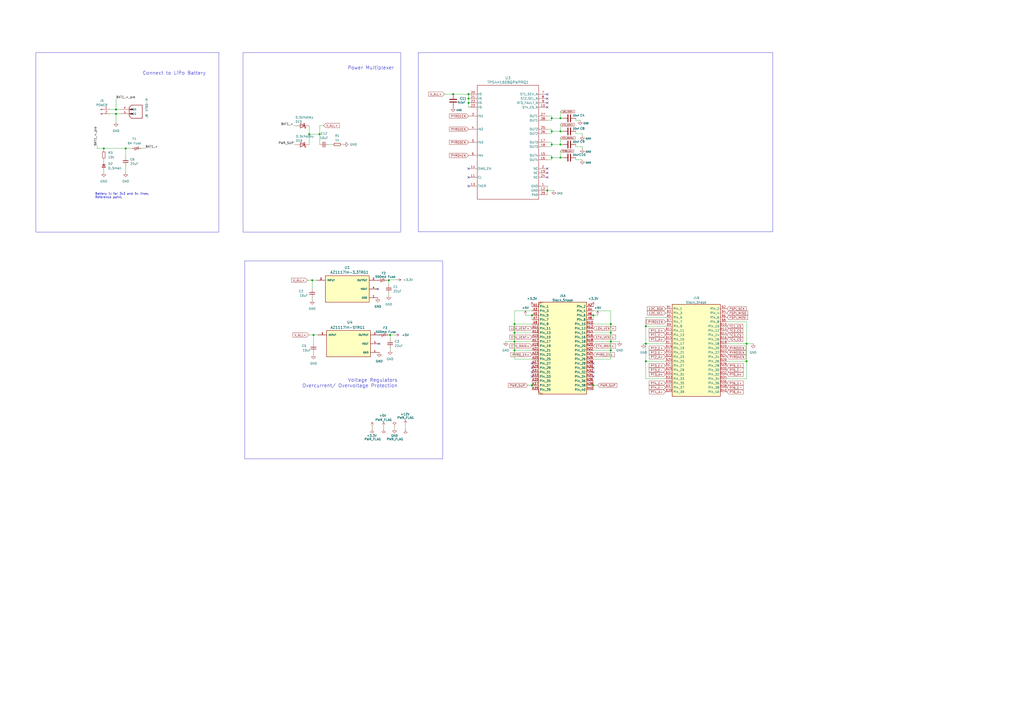
<source format=kicad_sch>
(kicad_sch (version 20230121) (generator eeschema)
  (paper "A2")
  (lib_symbols
    (symbol "AZ1117IH-3.3TRG1:AZ1117IH-3.3TRG1" (pin_names (offset 1.016))
      (property "Reference" "U" (at -12.7 8.128 0))
      (property "Value" "AZ1117IH-3.3TRG1" (at -12.7 -10.16 0))
      (symbol "AZ1117IH-3.3TRG1_0_0"
        (rectangle (start -12.7 -7.62) (end 12.7 7.62) (stroke (width 0.254)) (fill (type background)))
        (pin power_in line (at 17.78 -5.08 180) (length 5.08) (name "GND") (number "1"))
        (pin output line (at 17.78 5.08 180) (length 5.08) (name "OUTPUT") (number "2"))
        (pin input line (at -17.78 5.08 0) (length 5.08) (name "INPUT") (number "3"))
        (pin output line (at 17.78 0 180) (length 5.08) (name "VOUT") (number "4"))
      )
    )
    (symbol "Connector:Conn_01x02_Male" (pin_names (offset 1.016) hide)
      (property "Reference" "J" (at 0 2.54 0))
      (property "Value" "Conn_01x02_Male" (at 0 -5.08 0))
      (symbol "Conn_01x02_Male_1_1"
        (polyline (pts (xy 1.27 -2.54) (xy 0.8636 -2.54)) (stroke (width 0.1524)))
        (polyline (pts (xy 1.27 0) (xy 0.8636 0)) (stroke (width 0.1524)))
        (rectangle (start 0.8636 -2.413) (end 0 -2.667) (stroke (width 0.1524)) (fill (type outline)))
        (rectangle (start 0.8636 0.127) (end 0 -0.127) (stroke (width 0.1524)) (fill (type outline)))
        (pin passive line (at 5.08 0 180) (length 3.81) (name "Pin_1") (number "1"))
        (pin passive line (at 5.08 -2.54 180) (length 3.81) (name "Pin_2") (number "2"))
      )
    )
    (symbol "Device:C" (pin_numbers hide) (pin_names (offset 0.254))
      (property "Reference" "C" (at 0.635 2.54 0))
      (property "Value" "C" (at 0.635 -2.54 0))
      (symbol "C_0_1"
        (polyline (pts (xy -2.032 -0.762) (xy 2.032 -0.762)) (stroke (width 0.508)))
        (polyline (pts (xy -2.032 0.762) (xy 2.032 0.762)) (stroke (width 0.508)))
      )
      (symbol "C_1_1"
        (pin passive line (at 0 3.81 270) (length 2.794) (name "~") (number "1"))
        (pin passive line (at 0 -3.81 90) (length 2.794) (name "~") (number "2"))
      )
    )
    (symbol "Device:C_Small" (pin_numbers hide) (pin_names (offset 0.254) hide)
      (property "Reference" "C" (at 0.254 1.778 0))
      (property "Value" "C_Small" (at 0.254 -2.032 0))
      (symbol "C_Small_0_1"
        (polyline (pts (xy -1.524 -0.508) (xy 1.524 -0.508)) (stroke (width 0.3302)))
        (polyline (pts (xy -1.524 0.508) (xy 1.524 0.508)) (stroke (width 0.3048)))
      )
      (symbol "C_Small_1_1"
        (pin passive line (at 0 2.54 270) (length 2.032) (name "~") (number "1"))
        (pin passive line (at 0 -2.54 90) (length 2.032) (name "~") (number "2"))
      )
    )
    (symbol "Device:D_Schottky" (pin_numbers hide) (pin_names (offset 1.016) hide)
      (property "Reference" "D" (at 0 2.54 0))
      (property "Value" "D_Schottky" (at 0 -2.54 0))
      (symbol "D_Schottky_0_1"
        (polyline (pts (xy 1.27 0) (xy -1.27 0)))
        (polyline (pts (xy 1.27 1.27) (xy 1.27 -1.27) (xy -1.27 0) (xy 1.27 1.27)) (stroke (width 0.254)))
        (polyline (pts (xy -1.905 0.635) (xy -1.905 1.27) (xy -1.27 1.27) (xy -1.27 -1.27) (xy -0.635 -1.27) (xy -0.635 -0.635)) (stroke (width 0.254)))
      )
      (symbol "D_Schottky_1_1"
        (pin passive line (at -3.81 0 0) (length 2.54) (name "K") (number "1"))
        (pin passive line (at 3.81 0 180) (length 2.54) (name "A") (number "2"))
      )
    )
    (symbol "Device:D_Small" (pin_numbers hide) (pin_names (offset 0.254) hide)
      (property "Reference" "D" (at -1.27 2.032 0))
      (property "Value" "D_Small" (at -3.81 -2.032 0))
      (symbol "D_Small_0_1"
        (polyline (pts (xy -0.762 -1.016) (xy -0.762 1.016)) (stroke (width 0.254)))
        (polyline (pts (xy -0.762 0) (xy 0.762 0)))
        (polyline (pts (xy 0.762 -1.016) (xy -0.762 0) (xy 0.762 1.016) (xy 0.762 -1.016)) (stroke (width 0.254)))
      )
      (symbol "D_Small_1_1"
        (pin passive line (at -2.54 0 0) (length 1.778) (name "K") (number "1"))
        (pin passive line (at 2.54 0 180) (length 1.778) (name "A") (number "2"))
      )
    )
    (symbol "Device:Polyfuse_Small" (pin_numbers hide) (pin_names (offset 0))
      (property "Reference" "F" (at -1.905 0 90))
      (property "Value" "Polyfuse_Small" (at 1.905 0 90))
      (symbol "Polyfuse_Small_0_1"
        (rectangle (start -0.508 1.27) (end 0.508 -1.27))
        (polyline (pts (xy 0 2.54) (xy 0 -2.54)))
        (polyline (pts (xy -1.016 1.27) (xy -1.016 0.762) (xy 1.016 -0.762) (xy 1.016 -1.27)))
      )
      (symbol "Polyfuse_Small_1_1"
        (pin passive line (at 0 2.54 270) (length 0.635) (name "~") (number "1"))
        (pin passive line (at 0 -2.54 90) (length 0.635) (name "~") (number "2"))
      )
    )
    (symbol "Device:R_Small" (pin_numbers hide) (pin_names (offset 0.254) hide)
      (property "Reference" "R" (at 0.762 0.508 0))
      (property "Value" "R_Small" (at 0.762 -1.016 0))
      (symbol "R_Small_0_1"
        (rectangle (start -0.762 1.778) (end 0.762 -1.778) (stroke (width 0.2032)))
      )
      (symbol "R_Small_1_1"
        (pin passive line (at 0 2.54 270) (length 0.762) (name "~") (number "1"))
        (pin passive line (at 0 -2.54 90) (length 0.762) (name "~") (number "2"))
      )
    )
    (symbol "Stack_Shape:Stack_Shape"
      (property "Reference" "J" (at 0 0 0))
      (property "Value" "Stack_Shape" (at 0 0 0))
      (symbol "Stack_Shape_0_0"
        (rectangle (start -15.24 29.21) (end 12.7 -24.13) (stroke (width 0.254)) (fill (type background)))
      )
      (symbol "Stack_Shape_1_0"
        (arc (start -15.24 -21.59) (mid -14.4834 -23.3734) (end -12.7 -24.13) (stroke (width 0.254)))
        (arc (start -12.7 29.21) (mid -14.5013 28.4713) (end -15.24 26.67) (stroke (width 0.254)))
      )
      (symbol "Stack_Shape_1_1"
        (pin passive line (at -19.05 26.67 0) (length 3.81) (name "Pin_1") (number "A1"))
        (pin passive line (at 16.51 16.51 180) (length 3.81) (name "Pin_10") (number "A10"))
        (pin passive line (at -19.05 13.97 0) (length 3.81) (name "Pin_11") (number "A11"))
        (pin passive line (at 16.51 13.97 180) (length 3.81) (name "Pin_12") (number "A12"))
        (pin passive line (at -19.05 11.43 0) (length 3.81) (name "Pin_13") (number "A13"))
        (pin passive line (at 16.51 11.43 180) (length 3.81) (name "Pin_14") (number "A14"))
        (pin passive line (at -19.05 8.89 0) (length 3.81) (name "Pin_15") (number "A15"))
        (pin passive line (at 16.51 8.89 180) (length 3.81) (name "Pin_16") (number "A16"))
        (pin passive line (at -19.05 6.35 0) (length 3.81) (name "Pin_17") (number "A17"))
        (pin passive line (at 16.51 6.35 180) (length 3.81) (name "Pin_18") (number "A18"))
        (pin passive line (at -19.05 3.81 0) (length 3.81) (name "Pin_19") (number "A19"))
        (pin passive line (at 16.51 26.67 180) (length 3.81) (name "Pin_2") (number "A2"))
        (pin passive line (at 16.51 3.81 180) (length 3.81) (name "Pin_20") (number "A20"))
        (pin passive line (at -19.05 1.27 0) (length 3.81) (name "Pin_21") (number "A21"))
        (pin passive line (at 16.51 1.27 180) (length 3.81) (name "Pin_22") (number "A22"))
        (pin passive line (at -19.05 -1.27 0) (length 3.81) (name "Pin_23") (number "A23"))
        (pin passive line (at 16.51 -1.27 180) (length 3.81) (name "Pin_24") (number "A24"))
        (pin passive line (at -19.05 -3.81 0) (length 3.81) (name "Pin_25") (number "A25"))
        (pin passive line (at 16.51 -3.81 180) (length 3.81) (name "Pin_26") (number "A26"))
        (pin passive line (at -19.05 -6.35 0) (length 3.81) (name "Pin_27") (number "A27"))
        (pin passive line (at 16.51 -6.35 180) (length 3.81) (name "Pin_28") (number "A28"))
        (pin passive line (at -19.05 -8.89 0) (length 3.81) (name "Pin_29") (number "A29"))
        (pin passive line (at -19.05 24.13 0) (length 3.81) (name "Pin_3") (number "A3"))
        (pin passive line (at 16.51 -8.89 180) (length 3.81) (name "Pin_30") (number "A30"))
        (pin passive line (at -19.05 -11.43 0) (length 3.81) (name "Pin_31") (number "A31"))
        (pin passive line (at 16.51 -11.43 180) (length 3.81) (name "Pin_32") (number "A32"))
        (pin passive line (at -19.05 -13.97 0) (length 3.81) (name "Pin_33") (number "A33"))
        (pin passive line (at 16.51 -13.97 180) (length 3.81) (name "Pin_34") (number "A34"))
        (pin passive line (at -19.05 -16.51 0) (length 3.81) (name "Pin_35") (number "A35"))
        (pin passive line (at 16.51 -16.51 180) (length 3.81) (name "Pin_36") (number "A36"))
        (pin passive line (at -19.05 -19.05 0) (length 3.81) (name "Pin_37") (number "A37"))
        (pin passive line (at 16.51 -19.05 180) (length 3.81) (name "Pin_38") (number "A38"))
        (pin passive line (at -19.05 -21.59 0) (length 3.81) (name "Pin_39") (number "A39"))
        (pin passive line (at 16.51 24.13 180) (length 3.81) (name "Pin_4") (number "A4"))
        (pin passive line (at 16.51 -21.59 180) (length 3.81) (name "Pin_40") (number "A40"))
        (pin passive line (at -19.05 21.59 0) (length 3.81) (name "Pin_5") (number "A5"))
        (pin passive line (at 16.51 21.59 180) (length 3.81) (name "Pin_6") (number "A6"))
        (pin passive line (at -19.05 19.05 0) (length 3.81) (name "Pin_7") (number "A7"))
        (pin passive line (at 16.51 19.05 180) (length 3.81) (name "Pin_8") (number "A8"))
        (pin passive line (at -19.05 16.51 0) (length 3.81) (name "Pin_9") (number "A9"))
      )
      (symbol "Stack_Shape_2_1"
        (pin passive line (at -19.05 26.67 0) (length 3.81) (name "Pin_1") (number "B1"))
        (pin passive line (at 16.51 16.51 180) (length 3.81) (name "Pin_10") (number "B10"))
        (pin passive line (at -19.05 13.97 0) (length 3.81) (name "Pin_11") (number "B11"))
        (pin passive line (at 16.51 13.97 180) (length 3.81) (name "Pin_12") (number "B12"))
        (pin passive line (at -19.05 11.43 0) (length 3.81) (name "Pin_13") (number "B13"))
        (pin passive line (at 16.51 11.43 180) (length 3.81) (name "Pin_14") (number "B14"))
        (pin passive line (at -19.05 8.89 0) (length 3.81) (name "Pin_15") (number "B15"))
        (pin passive line (at 16.51 8.89 180) (length 3.81) (name "Pin_16") (number "B16"))
        (pin passive line (at -19.05 6.35 0) (length 3.81) (name "Pin_17") (number "B17"))
        (pin passive line (at 16.51 6.35 180) (length 3.81) (name "Pin_18") (number "B18"))
        (pin passive line (at -19.05 3.81 0) (length 3.81) (name "Pin_19") (number "B19"))
        (pin passive line (at 16.51 26.67 180) (length 3.81) (name "Pin_2") (number "B2"))
        (pin passive line (at 16.51 3.81 180) (length 3.81) (name "Pin_20") (number "B20"))
        (pin passive line (at -19.05 1.27 0) (length 3.81) (name "Pin_21") (number "B21"))
        (pin passive line (at 16.51 1.27 180) (length 3.81) (name "Pin_22") (number "B22"))
        (pin passive line (at -19.05 -1.27 0) (length 3.81) (name "Pin_23") (number "B23"))
        (pin passive line (at 16.51 -1.27 180) (length 3.81) (name "Pin_24") (number "B24"))
        (pin passive line (at -19.05 -3.81 0) (length 3.81) (name "Pin_25") (number "B25"))
        (pin passive line (at 16.51 -3.81 180) (length 3.81) (name "Pin_26") (number "B26"))
        (pin passive line (at -19.05 -6.35 0) (length 3.81) (name "Pin_27") (number "B27"))
        (pin passive line (at 16.51 -6.35 180) (length 3.81) (name "Pin_28") (number "B28"))
        (pin passive line (at -19.05 -8.89 0) (length 3.81) (name "Pin_29") (number "B29"))
        (pin passive line (at -19.05 24.13 0) (length 3.81) (name "Pin_3") (number "B3"))
        (pin passive line (at 16.51 -8.89 180) (length 3.81) (name "Pin_30") (number "B30"))
        (pin passive line (at -19.05 -11.43 0) (length 3.81) (name "Pin_31") (number "B31"))
        (pin passive line (at 16.51 -11.43 180) (length 3.81) (name "Pin_32") (number "B32"))
        (pin passive line (at -19.05 -13.97 0) (length 3.81) (name "Pin_33") (number "B33"))
        (pin passive line (at 16.51 -13.97 180) (length 3.81) (name "Pin_34") (number "B34"))
        (pin passive line (at -19.05 -16.51 0) (length 3.81) (name "Pin_35") (number "B35"))
        (pin passive line (at 16.51 -16.51 180) (length 3.81) (name "Pin_36") (number "B36"))
        (pin passive line (at -19.05 -19.05 0) (length 3.81) (name "Pin_37") (number "B37"))
        (pin passive line (at 16.51 -19.05 180) (length 3.81) (name "Pin_38") (number "B38"))
        (pin passive line (at -19.05 -21.59 0) (length 3.81) (name "Pin_39") (number "B39"))
        (pin passive line (at 16.51 24.13 180) (length 3.81) (name "Pin_4") (number "B4"))
        (pin passive line (at 16.51 -21.59 180) (length 3.81) (name "Pin_40") (number "B40"))
        (pin passive line (at -19.05 21.59 0) (length 3.81) (name "Pin_5") (number "B5"))
        (pin passive line (at 16.51 21.59 180) (length 3.81) (name "Pin_6") (number "B6"))
        (pin passive line (at -19.05 19.05 0) (length 3.81) (name "Pin_7") (number "B7"))
        (pin passive line (at 16.51 19.05 180) (length 3.81) (name "Pin_8") (number "B8"))
        (pin passive line (at -19.05 16.51 0) (length 3.81) (name "Pin_9") (number "B9"))
      )
    )
    (symbol "TPS4:TPS4H160BQPWPRQ1" (pin_names (offset 0.254))
      (property "Reference" "U" (at 0 2.54 0))
      (property "Value" "TPS4H160BQPWPRQ1" (at 0 0 0))
      (symbol "TPS4H160BQPWPRQ1_0_1"
        (polyline (pts (xy -17.78 -33.02) (xy 17.78 -33.02)) (stroke (width 0.2032)))
        (polyline (pts (xy -17.78 33.02) (xy -17.78 -33.02)) (stroke (width 0.2032)))
        (polyline (pts (xy 17.78 -33.02) (xy 17.78 33.02)) (stroke (width 0.2032)))
        (polyline (pts (xy 17.78 33.02) (xy -17.78 33.02)) (stroke (width 0.2032)))
        (pin power_in line (at 22.86 -25.4 180) (length 5.08) (name "GND") (number "1"))
        (pin bidirectional line (at 22.86 20.32 180) (length 5.08) (name "ST4_CS_N") (number "10"))
        (pin output line (at -22.86 -20.32 0) (length 5.08) (name "CL") (number "11"))
        (pin power_in line (at 22.86 -27.94 180) (length 5.08) (name "GND") (number "12"))
        (pin input line (at -22.86 -25.4 0) (length 5.08) (name "THER") (number "13"))
        (pin input line (at -22.86 -15.24 0) (length 5.08) (name "DIAG_EN") (number "14"))
        (pin output line (at 22.86 -7.62 180) (length 5.08) (name "OUT4") (number "15"))
        (pin output line (at 22.86 -10.16 180) (length 5.08) (name "OUT4") (number "16"))
        (pin output line (at 22.86 0 180) (length 5.08) (name "OUT3") (number "17"))
        (pin output line (at 22.86 -2.54 180) (length 5.08) (name "OUT3") (number "18"))
        (pin unspecified line (at 22.86 -17.78 180) (length 5.08) (name "NC") (number "19"))
        (pin unspecified line (at 22.86 -15.24 180) (length 5.08) (name "NC") (number "2"))
        (pin power_in line (at -22.86 27.94 0) (length 5.08) (name "VS") (number "20"))
        (pin power_in line (at -22.86 25.4 0) (length 5.08) (name "VS") (number "21"))
        (pin power_in line (at -22.86 22.86 0) (length 5.08) (name "VS") (number "22"))
        (pin power_in line (at -22.86 20.32 0) (length 5.08) (name "VS") (number "23"))
        (pin unspecified line (at 22.86 -20.32 180) (length 5.08) (name "NC") (number "24"))
        (pin output line (at 22.86 7.62 180) (length 5.08) (name "OUT2") (number "25"))
        (pin output line (at 22.86 5.08 180) (length 5.08) (name "OUT2") (number "26"))
        (pin output line (at 22.86 15.24 180) (length 5.08) (name "OUT1") (number "27"))
        (pin output line (at 22.86 12.7 180) (length 5.08) (name "OUT1") (number "28"))
        (pin power_in line (at 22.86 -30.48 180) (length 5.08) (name "PAD") (number "29"))
        (pin input line (at -22.86 15.24 0) (length 5.08) (name "IN1") (number "3"))
        (pin input line (at -22.86 7.62 0) (length 5.08) (name "IN2") (number "4"))
        (pin input line (at -22.86 0 0) (length 5.08) (name "IN3") (number "5"))
        (pin input line (at -22.86 -7.62 0) (length 5.08) (name "IN4") (number "6"))
        (pin bidirectional line (at 22.86 27.94 180) (length 5.08) (name "ST1_SEH_N") (number "7"))
        (pin bidirectional line (at 22.86 25.4 180) (length 5.08) (name "ST2_SEL_N") (number "8"))
        (pin open_collector line (at 22.86 22.86 180) (length 5.08) (name "ST3_FAULT_N") (number "9"))
      )
    )
    (symbol "XT60-LiPO:XT60-M" (pin_names (offset 1.016))
      (property "Reference" "J" (at 0 6.35 0))
      (property "Value" "XT60-M" (at 0 -5.08 0))
      (symbol "XT60-M_0_0"
        (polyline (pts (xy 0 -1.27) (xy 1.27 -2.54)) (stroke (width 0.254)))
        (polyline (pts (xy 0 0) (xy 1.905 0)) (stroke (width 0.254)))
        (polyline (pts (xy 0 2.54) (xy 0 -1.27)) (stroke (width 0.254)))
        (polyline (pts (xy 0 2.54) (xy 1.905 2.54)) (stroke (width 0.254)))
        (polyline (pts (xy 0 3.81) (xy 0 2.54)) (stroke (width 0.254)))
        (polyline (pts (xy 0 3.81) (xy 1.27 5.08)) (stroke (width 0.254)))
        (polyline (pts (xy 1.27 -2.54) (xy 7.62 -2.54)) (stroke (width 0.254)))
        (polyline (pts (xy 7.62 -2.54) (xy 7.62 5.08)) (stroke (width 0.254)))
        (polyline (pts (xy 7.62 5.08) (xy 1.27 5.08)) (stroke (width 0.254)))
        (rectangle (start 0.635 -0.3175) (end 2.2225 0.3175) (stroke (width 0.1)) (fill (type outline)))
        (rectangle (start 0.635 2.2225) (end 2.2225 2.8575) (stroke (width 0.1)) (fill (type outline)))
        (pin passive line (at -5.08 0 0) (length 5.08) (name "NEG") (number "N"))
        (pin passive line (at -5.08 2.54 0) (length 5.08) (name "POS") (number "P"))
      )
    )
    (symbol "power:+12V" (power) (pin_names (offset 0))
      (property "Value" "+12V" (at 0 3.556 0))
      (symbol "+12V_0_1"
        (polyline (pts (xy -0.762 1.27) (xy 0 2.54)))
        (polyline (pts (xy 0 0) (xy 0 2.54)))
        (polyline (pts (xy 0 2.54) (xy 0.762 1.27)))
      )
      (symbol "+12V_1_1"
        (pin power_in line (at 0 0 90) (length 0) hide (name "+12V") (number "1"))
      )
    )
    (symbol "power:+3.3V" (power) (pin_names (offset 0))
      (property "Value" "+3.3V" (at 0 3.556 0))
      (symbol "+3.3V_0_1"
        (polyline (pts (xy -0.762 1.27) (xy 0 2.54)))
        (polyline (pts (xy 0 0) (xy 0 2.54)))
        (polyline (pts (xy 0 2.54) (xy 0.762 1.27)))
      )
      (symbol "+3.3V_1_1"
        (pin power_in line (at 0 0 90) (length 0) hide (name "+3.3V") (number "1"))
      )
    )
    (symbol "power:+5V" (power) (pin_names (offset 0))
      (property "Value" "+5V" (at 0 3.556 0))
      (symbol "+5V_0_1"
        (polyline (pts (xy -0.762 1.27) (xy 0 2.54)))
        (polyline (pts (xy 0 0) (xy 0 2.54)))
        (polyline (pts (xy 0 2.54) (xy 0.762 1.27)))
      )
      (symbol "+5V_1_1"
        (pin power_in line (at 0 0 90) (length 0) hide (name "+5V") (number "1"))
      )
    )
    (symbol "power:GND" (power) (pin_names (offset 0))
      (property "Value" "GND" (at 0 -3.81 0))
      (symbol "GND_0_1"
        (polyline (pts (xy 0 0) (xy 0 -1.27) (xy 1.27 -1.27) (xy 0 -2.54) (xy -1.27 -1.27) (xy 0 -1.27)))
      )
      (symbol "GND_1_1"
        (pin power_in line (at 0 0 270) (length 0) hide (name "GND") (number "1"))
      )
    )
    (symbol "power:PWR_FLAG" (power) (pin_numbers hide) (pin_names (offset 0) hide)
      (property "Value" "PWR_FLAG" (at 0 3.81 0))
      (symbol "PWR_FLAG_0_0"
        (pin power_out line (at 0 0 90) (length 0) (name "pwr") (number "1"))
      )
      (symbol "PWR_FLAG_0_1"
        (polyline (pts (xy 0 0) (xy 0 1.27) (xy -1.016 1.905) (xy 0 2.54) (xy 1.016 1.905) (xy 0 1.27)))
      )
    )
  )
  (junction (at 298.45 198.12))
  (junction (at 344.17 182.88))
  (junction (at 320.04 83.82))
  (junction (at 320.04 91.44))
  (junction (at 181.102 162.56))
  (junction (at 67.31 63.5))
  (junction (at 354.33 193.04))
  (junction (at 271.78 54.61))
  (junction (at 325.12 76.2))
  (junction (at 325.12 91.44))
  (junction (at 67.31 66.04))
  (junction (at 374.65 199.39))
  (junction (at 354.33 187.96))
  (junction (at 181.864 194.31))
  (junction (at 226.314 194.31))
  (junction (at 320.04 68.58))
  (junction (at 320.04 76.2))
  (junction (at 354.33 203.2))
  (junction (at 262.89 54.61))
  (junction (at 325.12 68.58))
  (junction (at 179.3748 77.8256))
  (junction (at 433.07 199.39))
  (junction (at 354.33 198.12))
  (junction (at 344.17 223.52))
  (junction (at 271.78 59.69))
  (junction (at 317.5 110.49))
  (junction (at 308.61 223.52))
  (junction (at 185.42 77.8256))
  (junction (at 374.65 209.55))
  (junction (at 72.898 86.106))
  (junction (at 308.61 182.88))
  (junction (at 433.07 209.55))
  (junction (at 325.12 83.82))
  (junction (at 298.45 187.96))
  (junction (at 225.552 162.56))
  (junction (at 374.65 189.23))
  (junction (at 298.45 193.04))
  (junction (at 298.45 203.2))
  (junction (at 271.78 57.15))
  (junction (at 60.198 86.106))
  (no_connect (at 317.4492 57.2008))
  (no_connect (at 317.5 100.33))
  (no_connect (at 344.17 218.44))
  (no_connect (at 271.78 102.87))
  (no_connect (at 317.5 59.69))
  (no_connect (at 271.78 107.95))
  (no_connect (at 344.17 213.36))
  (no_connect (at 308.61 213.36))
  (no_connect (at 317.5 62.23))
  (no_connect (at 308.61 215.9))
  (no_connect (at 344.17 210.82))
  (no_connect (at 219.964 199.39))
  (no_connect (at 308.61 218.44))
  (no_connect (at 308.61 210.82))
  (no_connect (at 317.5 54.7116))
  (no_connect (at 317.5 102.87))
  (no_connect (at 271.78 97.79))
  (no_connect (at 317.5 97.79))
  (no_connect (at 344.17 215.9))
  (no_connect (at 219.202 167.64))
  (wire (pts (xy 344.17 182.88) (xy 344.17 185.42)))
  (wire (pts (xy 344.17 187.96) (xy 354.33 187.96)))
  (wire (pts (xy 337.82 85.09) (xy 337.82 86.36)))
  (wire (pts (xy 56.388 86.106) (xy 60.198 86.106)))
  (wire (pts (xy 298.45 187.96) (xy 298.45 193.04)))
  (wire (pts (xy 298.45 193.04) (xy 308.61 193.04)))
  (wire (pts (xy 320.04 67.31) (xy 320.04 68.58)))
  (wire (pts (xy 344.17 220.98) (xy 344.17 223.52)))
  (wire (pts (xy 344.17 208.28) (xy 354.33 208.28)))
  (wire (pts (xy 374.65 219.71) (xy 386.08 219.71)))
  (wire (pts (xy 56.388 84.582) (xy 56.388 86.106)))
  (wire (pts (xy 421.64 199.39) (xy 433.07 199.39)))
  (wire (pts (xy 374.65 189.23) (xy 374.65 199.39)))
  (wire (pts (xy 354.33 198.12) (xy 354.33 203.2)))
  (wire (pts (xy 320.04 83.82) (xy 320.04 85.09)))
  (wire (pts (xy 433.07 186.69) (xy 433.07 199.39)))
  (wire (pts (xy 225.552 162.56) (xy 225.552 165.1)))
  (wire (pts (xy 317.5 69.85) (xy 320.04 69.85)))
  (wire (pts (xy 320.04 83.82) (xy 325.12 83.82)))
  (wire (pts (xy 271.78 59.69) (xy 271.78 62.23)))
  (wire (pts (xy 304.8 182.88) (xy 308.61 182.88)))
  (wire (pts (xy 317.5 90.17) (xy 320.04 90.17)))
  (wire (pts (xy 433.07 209.55) (xy 433.07 219.71)))
  (wire (pts (xy 257.81 54.61) (xy 262.89 54.61)))
  (wire (pts (xy 63.5 66.04) (xy 67.31 66.04)))
  (wire (pts (xy 344.17 198.12) (xy 354.33 198.12)))
  (wire (pts (xy 298.45 180.34) (xy 308.61 180.34)))
  (wire (pts (xy 320.04 90.17) (xy 320.04 91.44)))
  (wire (pts (xy 374.65 199.39) (xy 374.65 209.55)))
  (wire (pts (xy 181.864 194.31) (xy 184.404 194.31)))
  (wire (pts (xy 72.898 96.266) (xy 72.898 100.076)))
  (wire (pts (xy 325.12 83.82) (xy 326.39 83.82)))
  (wire (pts (xy 215.9 248.666) (xy 215.9 247.396)))
  (wire (pts (xy 224.282 162.56) (xy 225.552 162.56)))
  (wire (pts (xy 60.198 86.106) (xy 60.198 87.376)))
  (wire (pts (xy 72.898 91.186) (xy 72.898 86.106)))
  (wire (pts (xy 228.854 247.396) (xy 228.854 248.666)))
  (wire (pts (xy 198.12 83.82) (xy 199.39 83.82)))
  (wire (pts (xy 320.04 76.2) (xy 320.04 77.47)))
  (wire (pts (xy 222.504 248.666) (xy 222.504 247.396)))
  (wire (pts (xy 317.5 67.31) (xy 320.04 67.31)))
  (wire (pts (xy 344.17 223.52) (xy 344.17 226.06)))
  (wire (pts (xy 181.864 204.47) (xy 181.864 205.74)))
  (wire (pts (xy 433.07 199.39) (xy 436.88 199.39)))
  (wire (pts (xy 337.82 85.09) (xy 334.01 85.09)))
  (wire (pts (xy 374.65 189.23) (xy 386.08 189.23)))
  (wire (pts (xy 317.5 77.47) (xy 320.04 77.47)))
  (wire (pts (xy 60.198 92.456) (xy 60.198 93.726)))
  (wire (pts (xy 354.33 187.96) (xy 354.33 193.04)))
  (wire (pts (xy 317.5 110.49) (xy 317.5 113.03)))
  (wire (pts (xy 374.65 209.55) (xy 374.65 219.71)))
  (wire (pts (xy 179.324 84.0232) (xy 179.3748 84.0232)))
  (wire (pts (xy 298.45 203.2) (xy 308.61 203.2)))
  (wire (pts (xy 190.5 83.82) (xy 193.04 83.82)))
  (wire (pts (xy 67.31 63.5) (xy 69.85 63.5)))
  (wire (pts (xy 344.17 223.52) (xy 346.71 223.52)))
  (wire (pts (xy 320.04 82.55) (xy 320.04 83.82)))
  (wire (pts (xy 308.61 182.88) (xy 308.61 185.42)))
  (wire (pts (xy 298.45 198.12) (xy 308.61 198.12)))
  (wire (pts (xy 298.45 208.28) (xy 308.61 208.28)))
  (wire (pts (xy 317.5 82.55) (xy 320.04 82.55)))
  (wire (pts (xy 325.12 91.44) (xy 326.39 91.44)))
  (wire (pts (xy 317.5 85.09) (xy 320.04 85.09)))
  (wire (pts (xy 433.07 209.55) (xy 421.64 209.55)))
  (wire (pts (xy 354.33 193.04) (xy 354.33 198.12)))
  (wire (pts (xy 185.42 72.7964) (xy 185.42 77.8256)))
  (wire (pts (xy 344.17 193.04) (xy 354.33 193.04)))
  (wire (pts (xy 344.17 180.34) (xy 354.33 180.34)))
  (wire (pts (xy 226.314 194.31) (xy 226.314 196.85)))
  (wire (pts (xy 179.07 194.31) (xy 181.864 194.31)))
  (wire (pts (xy 317.5 74.93) (xy 320.04 74.93)))
  (wire (pts (xy 226.314 201.93) (xy 226.314 203.2)))
  (wire (pts (xy 325.12 87.63) (xy 325.12 91.44)))
  (wire (pts (xy 334.01 69.85) (xy 334.01 68.58)))
  (wire (pts (xy 81.788 86.106) (xy 84.328 86.106)))
  (wire (pts (xy 298.45 180.34) (xy 298.45 187.96)))
  (wire (pts (xy 226.314 194.31) (xy 228.854 194.31)))
  (wire (pts (xy 421.64 186.69) (xy 433.07 186.69)))
  (wire (pts (xy 298.45 203.2) (xy 298.45 208.28)))
  (wire (pts (xy 374.65 199.39) (xy 386.08 199.39)))
  (wire (pts (xy 334.01 77.47) (xy 334.01 76.2)))
  (wire (pts (xy 344.17 203.2) (xy 354.33 203.2)))
  (wire (pts (xy 178.308 162.56) (xy 181.102 162.56)))
  (wire (pts (xy 179.3748 77.8256) (xy 185.42 77.8256)))
  (wire (pts (xy 72.898 86.106) (xy 76.708 86.106)))
  (wire (pts (xy 337.82 77.47) (xy 337.82 78.74)))
  (wire (pts (xy 179.324 72.9996) (xy 179.324 77.8256)))
  (wire (pts (xy 181.102 172.72) (xy 181.102 173.99)))
  (wire (pts (xy 271.78 57.15) (xy 271.78 59.69)))
  (wire (pts (xy 262.89 54.61) (xy 271.78 54.61)))
  (wire (pts (xy 317.5 107.95) (xy 317.5 110.49)))
  (wire (pts (xy 354.33 203.2) (xy 354.33 208.28)))
  (wire (pts (xy 325.12 64.77) (xy 325.12 68.58)))
  (wire (pts (xy 308.61 220.98) (xy 308.61 223.52)))
  (wire (pts (xy 320.04 68.58) (xy 325.12 68.58)))
  (wire (pts (xy 374.65 209.55) (xy 386.08 209.55)))
  (wire (pts (xy 320.04 91.44) (xy 320.04 92.71)))
  (wire (pts (xy 374.65 184.15) (xy 386.08 184.15)))
  (wire (pts (xy 63.5 63.5) (xy 67.31 63.5)))
  (wire (pts (xy 271.78 54.61) (xy 271.78 57.15)))
  (wire (pts (xy 334.01 92.71) (xy 334.01 91.44)))
  (wire (pts (xy 320.04 76.2) (xy 325.12 76.2)))
  (wire (pts (xy 373.38 199.39) (xy 374.65 199.39)))
  (wire (pts (xy 325.12 68.58) (xy 326.39 68.58)))
  (wire (pts (xy 60.198 98.806) (xy 60.198 100.076)))
  (wire (pts (xy 298.45 198.12) (xy 298.45 203.2)))
  (wire (pts (xy 185.42 77.8256) (xy 185.42 83.82)))
  (wire (pts (xy 317.5 92.71) (xy 320.04 92.71)))
  (wire (pts (xy 67.31 66.04) (xy 67.31 70.866)))
  (wire (pts (xy 325.12 72.39) (xy 325.12 76.2)))
  (wire (pts (xy 359.41 198.12) (xy 354.33 198.12)))
  (wire (pts (xy 354.33 180.34) (xy 354.33 187.96)))
  (wire (pts (xy 181.102 162.56) (xy 181.102 167.64)))
  (wire (pts (xy 334.01 85.09) (xy 334.01 83.82)))
  (wire (pts (xy 320.04 91.44) (xy 325.12 91.44)))
  (wire (pts (xy 306.07 223.52) (xy 308.61 223.52)))
  (wire (pts (xy 298.45 193.04) (xy 298.45 198.12)))
  (wire (pts (xy 346.71 182.88) (xy 344.17 182.88)))
  (wire (pts (xy 60.198 86.106) (xy 72.898 86.106)))
  (wire (pts (xy 298.45 187.96) (xy 308.61 187.96)))
  (wire (pts (xy 308.61 223.52) (xy 308.61 226.06)))
  (wire (pts (xy 320.04 68.58) (xy 320.04 69.85)))
  (wire (pts (xy 67.31 57.404) (xy 67.31 63.5)))
  (wire (pts (xy 185.42 72.7964) (xy 187.706 72.7964)))
  (wire (pts (xy 293.37 198.12) (xy 298.45 198.12)))
  (wire (pts (xy 325.12 76.2) (xy 326.39 76.2)))
  (wire (pts (xy 171.704 72.9996) (xy 170.18 72.9996)))
  (wire (pts (xy 235.204 246.38) (xy 235.204 248.92)))
  (wire (pts (xy 225.552 162.306) (xy 225.552 162.56)))
  (wire (pts (xy 181.864 194.31) (xy 181.864 199.39)))
  (wire (pts (xy 325.12 80.01) (xy 325.12 83.82)))
  (wire (pts (xy 179.324 77.8256) (xy 179.3748 77.8256)))
  (wire (pts (xy 320.04 74.93) (xy 320.04 76.2)))
  (wire (pts (xy 317.5 110.49) (xy 321.31 110.49)))
  (wire (pts (xy 225.552 162.306) (xy 230.124 162.306)))
  (wire (pts (xy 433.07 199.39) (xy 433.07 209.55)))
  (wire (pts (xy 179.3748 77.8256) (xy 179.3748 84.0232)))
  (wire (pts (xy 336.55 69.85) (xy 334.01 69.85)))
  (wire (pts (xy 181.102 162.56) (xy 183.642 162.56)))
  (wire (pts (xy 225.044 194.31) (xy 226.314 194.31)))
  (wire (pts (xy 433.07 219.71) (xy 421.64 219.71)))
  (wire (pts (xy 337.82 77.47) (xy 334.01 77.47)))
  (wire (pts (xy 170.434 84.0232) (xy 171.704 84.0232)))
  (wire (pts (xy 374.65 184.15) (xy 374.65 189.23)))
  (wire (pts (xy 225.552 170.18) (xy 225.552 171.45)))
  (wire (pts (xy 337.82 92.71) (xy 334.01 92.71)))
  (wire (pts (xy 67.31 66.04) (xy 69.85 66.04)))
  (rectangle (start 141.986 151.384) (end 256.794 266.192))
  (rectangle (start 242.57 30.48) (end 448.31 134.366))
  (rectangle (start 20.828 30.48) (end 127 134.62))
  (rectangle (start 140.97 30.48) (end 232.41 134.62))
  (text "Power Multiplexer" (at 228.6 40.64 0) (effects (font (size 2 2)) (justify right bottom)))
  (text "Battery 1: for 3v3 and 5v lines. \nReference point." (at 55.118 115.316 0) (effects (font (size 1.27 1.27)) (justify left bottom)))
  (text "Voltage Regulators\nOvercurrent/ Overvoltage Protection" (at 230.632 225.044 0) (effects (font (size 2 2)) (justify right bottom)))
  (text "Connect to LiPo Battery" (at 119.38 43.688 0) (effects (font (size 2 2)) (justify right bottom)))
  (label "BAT1_+" (at 84.328 86.106 0))
  (label "BAT1_+" (at 170.18 72.9996 180))
  (label "BAT1_+_pre" (at 56.388 84.582 90))
  (label "PWR_SUP" (at 170.434 84.0232 180))
  (label "BAT1_+_pre" (at 67.31 57.404 0))
  (global_label "TC4_CS" (shape input) (at 421.64 196.85 0) (property "Intersheetrefs" "${INTERSHEET_REFS}" (effects hide)))
  (global_label "PT2_A+" (shape input) (at 386.08 207.01 180) (property "Intersheetrefs" "${INTERSHEET_REFS}" (effects hide)))
  (global_label "PT6_A+" (shape input) (at 421.64 227.33 0) (property "Intersheetrefs" "${INTERSHEET_REFS}" (effects hide)))
  (global_label "PYRO_EX+" (shape input) (at 308.61 205.74 180) (property "Intersheetrefs" "${INTERSHEET_REFS}" (effects hide)))
  (global_label "PT5_E-" (shape input) (at 421.64 214.63 0) (property "Intersheetrefs" "${INTERSHEET_REFS}" (effects hide)))
  (global_label "PT6_E+" (shape input) (at 421.64 222.25 0) (property "Intersheetrefs" "${INTERSHEET_REFS}" (effects hide)))
  (global_label "PT4_A+" (shape input) (at 386.08 227.33 180) (property "Intersheetrefs" "${INTERSHEET_REFS}" (effects hide)))
  (global_label "PYRO_EX+" (shape input) (at 344.17 205.74 0) (property "Intersheetrefs" "${INTERSHEET_REFS}" (effects hide)))
  (global_label "PYRO3EN" (shape input) (at 421.64 204.47 0) (property "Intersheetrefs" "${INTERSHEET_REFS}" (effects hide)))
  (global_label "ETH_VENT+" (shape input) (at 325.12 72.39 0) (effects (font (size 0.8 0.8))) (property "Intersheetrefs" "${INTERSHEET_REFS}" (effects hide)))
  (global_label "PYRO2EN" (shape input) (at 271.78 74.93 180) (property "Intersheetrefs" "${INTERSHEET_REFS}" (effects hide)))
  (global_label "PT3_E+" (shape input) (at 386.08 212.09 180) (property "Intersheetrefs" "${INTERSHEET_REFS}" (effects hide)))
  (global_label "PT6_E-" (shape input) (at 421.64 224.79 0) (property "Intersheetrefs" "${INTERSHEET_REFS}" (effects hide)))
  (global_label "V_ALL+" (shape input) (at 187.706 72.7964 0) (property "Intersheetrefs" "${INTERSHEET_REFS}" (effects hide)))
  (global_label "PYRO3EN" (shape input) (at 271.78 82.55 180) (property "Intersheetrefs" "${INTERSHEET_REFS}" (effects hide)))
  (global_label "TC3_CS" (shape input) (at 421.64 194.31 0) (property "Intersheetrefs" "${INTERSHEET_REFS}" (effects hide)))
  (global_label "PYRO4EN" (shape input) (at 271.78 90.17 180) (property "Intersheetrefs" "${INTERSHEET_REFS}" (effects hide)))
  (global_label "PWR_SUP" (shape input) (at 346.71 223.52 0) (property "Intersheetrefs" "${INTERSHEET_REFS}" (effects hide)))
  (global_label "PYRO1EN" (shape input) (at 386.08 186.69 180) (property "Intersheetrefs" "${INTERSHEET_REFS}" (effects hide)))
  (global_label "PT4_E-" (shape input) (at 386.08 224.79 180) (property "Intersheetrefs" "${INTERSHEET_REFS}" (effects hide)))
  (global_label "TC1_CS" (shape input) (at 421.64 189.23 0) (property "Intersheetrefs" "${INTERSHEET_REFS}" (effects hide)))
  (global_label "TC2_CS" (shape input) (at 421.64 191.77 0) (property "Intersheetrefs" "${INTERSHEET_REFS}" (effects hide)))
  (global_label "12C_SCL" (shape input) (at 386.08 181.61 180) (property "Intersheetrefs" "${INTERSHEET_REFS}" (effects hide)))
  (global_label "ETH_VENT+" (shape input) (at 308.61 195.58 180) (property "Intersheetrefs" "${INTERSHEET_REFS}" (effects hide)))
  (global_label "PYRO2EN" (shape input) (at 421.64 201.93 0) (property "Intersheetrefs" "${INTERSHEET_REFS}" (effects hide)))
  (global_label "PT3_E-" (shape input) (at 386.08 214.63 180) (property "Intersheetrefs" "${INTERSHEET_REFS}" (effects hide)))
  (global_label "FSPI_MOSI" (shape input) (at 421.64 184.15 0) (property "Intersheetrefs" "${INTERSHEET_REFS}" (effects hide)))
  (global_label "PYRO_EX+" (shape input) (at 325.12 87.63 0) (effects (font (size 0.8 0.8))) (property "Intersheetrefs" "${INTERSHEET_REFS}" (effects hide)))
  (global_label "V_ALL+" (shape input) (at 178.308 162.56 180) (property "Intersheetrefs" "${INTERSHEET_REFS}" (effects hide)))
  (global_label "PT1_A+" (shape input) (at 386.08 196.85 180) (property "Intersheetrefs" "${INTERSHEET_REFS}" (effects hide)))
  (global_label "ETH_MAIIN+" (shape input) (at 325.12 80.01 0) (effects (font (size 0.8 0.8))) (property "Intersheetrefs" "${INTERSHEET_REFS}" (effects hide)))
  (global_label "12C_SDA" (shape input) (at 386.08 179.07 180) (property "Intersheetrefs" "${INTERSHEET_REFS}" (effects hide)))
  (global_label "V_ALL+" (shape input) (at 257.81 54.61 180) (property "Intersheetrefs" "${INTERSHEET_REFS}" (effects hide)))
  (global_label "PT2_E+" (shape input) (at 386.08 201.93 180) (property "Intersheetrefs" "${INTERSHEET_REFS}" (effects hide)))
  (global_label "V_ALL+" (shape input) (at 179.07 194.31 180) (property "Intersheetrefs" "${INTERSHEET_REFS}" (effects hide)))
  (global_label "ETH_MAIN+" (shape input) (at 344.17 200.66 0) (property "Intersheetrefs" "${INTERSHEET_REFS}" (effects hide)))
  (global_label "PT1_E+" (shape input) (at 386.08 191.77 180) (property "Intersheetrefs" "${INTERSHEET_REFS}" (effects hide)))
  (global_label "ETH_VENT+" (shape input) (at 344.17 195.58 0) (property "Intersheetrefs" "${INTERSHEET_REFS}" (effects hide)))
  (global_label "ETH_MAIN+" (shape input) (at 308.61 200.66 180) (property "Intersheetrefs" "${INTERSHEET_REFS}" (effects hide)))
  (global_label "FSPI_MISO" (shape input) (at 421.64 181.61 0) (property "Intersheetrefs" "${INTERSHEET_REFS}" (effects hide)))
  (global_label "LOX_VENT+" (shape input) (at 325.12 64.77 0) (effects (font (size 0.8 0.8))) (property "Intersheetrefs" "${INTERSHEET_REFS}" (effects hide)))
  (global_label "PT2_E-" (shape input) (at 386.08 204.47 180) (property "Intersheetrefs" "${INTERSHEET_REFS}" (effects hide)))
  (global_label "PWR_SUP" (shape input) (at 306.07 223.52 180) (property "Intersheetrefs" "${INTERSHEET_REFS}" (effects hide)))
  (global_label "LOX_VENT+" (shape input) (at 344.17 190.5 0) (property "Intersheetrefs" "${INTERSHEET_REFS}" (effects hide)))
  (global_label "PT5_A+" (shape input) (at 421.64 217.17 0) (property "Intersheetrefs" "${INTERSHEET_REFS}" (effects hide)))
  (global_label "PT1_E-" (shape input) (at 386.08 194.31 180) (property "Intersheetrefs" "${INTERSHEET_REFS}" (effects hide)))
  (global_label "LOX_VENT+" (shape input) (at 308.61 190.5 180) (property "Intersheetrefs" "${INTERSHEET_REFS}" (effects hide)))
  (global_label "PT3_A+" (shape input) (at 386.08 217.17 180) (property "Intersheetrefs" "${INTERSHEET_REFS}" (effects hide)))
  (global_label "PT4_E+" (shape input) (at 386.08 222.25 180) (property "Intersheetrefs" "${INTERSHEET_REFS}" (effects hide)))
  (global_label "PYRO4EN" (shape input) (at 421.64 207.01 0) (property "Intersheetrefs" "${INTERSHEET_REFS}" (effects hide)))
  (global_label "FSPI_SCK" (shape input) (at 421.64 179.07 0) (property "Intersheetrefs" "${INTERSHEET_REFS}" (effects hide)))
  (global_label "PYRO1EN" (shape input) (at 271.78 67.31 180) (property "Intersheetrefs" "${INTERSHEET_REFS}" (effects hide)))
  (global_label "PT5_E+" (shape input) (at 421.64 212.09 0) (property "Intersheetrefs" "${INTERSHEET_REFS}" (effects hide)))
  (symbol (lib_id "Device:C") (at 330.2 68.58 90) (unit 1)
    (property "Reference" "C4" (at 337.82 66.929 90))
    (property "Value" "22nF" (at 334.137 67.056 90) (effects (font (size 1 1))))
    (property "Footprint" "Capacitor_SMD:C_0603_1608Metric" (effects hide))
  )
  (symbol (lib_id "Stack_Shape:Stack_Shape") (at 327.66 204.47 0) (unit 1)
    (property "Reference" "J1" (at 326.3899 171.5601 0))
    (property "Value" "Stack_Shape" (at 326.3899 174.097 0))
  )
  (symbol (lib_id "XT60-LiPO:XT60-M") (at 74.93 66.04 0) (unit 1)
    (property "Reference" "J8" (at 85.09 68.58 90) (effects (justify left)))
    (property "Value" "XT60-M" (at 85.09 64.77 90) (effects (justify left)))
    (property "Footprint" "XT60-M:AMASS_XT60-M" (effects hide))
    (property "MF" "AMASS" (effects hide))
    (property "MAXIMUM_PACKAGE_HEIGHT" "16.00 mm" (effects hide))
    (property "Package" "Package" (effects hide))
    (property "Price" "None" (effects hide))
    (property "Check_prices" "https://www.snapeda.com/parts/XT60-M/AMASS/view-part/?ref=eda" (effects hide))
    (property "STANDARD" "IPC 7351B" (effects hide))
    (property "PARTREV" "V1.2" (effects hide))
    (property "SnapEDA_Link" "https://www.snapeda.com/parts/XT60-M/AMASS/view-part/?ref=snap" (effects hide))
    (property "MP" "XT60-M" (effects hide))
    (property "Description" "\nPlug; DC supply; XT60; male; PIN: 2; for cable; soldered; 30A; 500V\n" (effects hide))
    (property "Availability" "Not in stock" (effects hide))
    (property "MANUFACTURER" "AMASS" (effects hide))
  )
  (symbol (lib_id "power:+5V") (at 346.71 182.88 0) (unit 1)
    (property "Reference" "#PWR026" (effects hide))
    (property "Value" "+5V" (at 346.71 178.562 0))
  )
  (symbol (lib_id "power:GND") (at 228.854 248.666 0) (unit 1)
    (property "Reference" "#PWR0101" (effects hide))
    (property "Value" "GND" (at 228.854 252.73 0))
  )
  (symbol (lib_id "Device:C") (at 330.2 91.44 90) (unit 1)
    (property "Reference" "C10" (at 337.82 89.789 90))
    (property "Value" "22nF" (at 334.137 89.916 90) (effects (font (size 1 1))))
    (property "Footprint" "Capacitor_SMD:C_0603_1608Metric" (effects hide))
  )
  (symbol (lib_id "power:GND") (at 225.552 171.45 0) (unit 1)
    (property "Reference" "#PWR017" (effects hide))
    (property "Value" "GND" (at 225.552 176.53 0))
  )
  (symbol (lib_id "Device:C_Small") (at 72.898 93.726 180) (unit 1)
    (property "Reference" "C6" (at 75.438 92.4495 0) (effects (justify right)))
    (property "Value" "22uF" (at 75.438 94.9895 0) (effects (justify right)))
    (property "Footprint" "Capacitor_SMD:C_0603_1608Metric" (effects hide))
  )
  (symbol (lib_id "Device:C_Small") (at 226.314 199.39 180) (unit 1)
    (property "Reference" "C3" (at 228.854 198.1135 0) (effects (justify right)))
    (property "Value" "22uF" (at 228.854 200.6535 0) (effects (justify right)))
    (property "Footprint" "Capacitor_SMD:C_0603_1608Metric" (effects hide))
  )
  (symbol (lib_id "AZ1117IH-3.3TRG1:AZ1117IH-3.3TRG1") (at 201.422 167.64 0) (unit 1)
    (property "Reference" "U1" (at 201.422 155.194 0) (effects (font (size 1.524 1.524))))
    (property "Value" "AZ1117IH-3.3TRG1" (at 202.692 157.988 0) (effects (font (size 1.524 1.524))))
    (property "Footprint" "AZ1117IH-3:SOT230P700X185-4N" (effects hide))
    (property "Datasheet" "AZ1117IH-3.3TRG1" (effects hide))
    (property "MF" "Diodes Inc." (effects hide))
    (property "SNAPEDA_PACKAGE_ID" "6532" (effects hide))
    (property "MAXIMUM_PACKAGE_HEIGHT" "1.85 mm" (effects hide))
    (property "Price" "None" (effects hide))
    (property "Package" "SOT-223 Diodes Inc." (effects hide))
    (property "Check_prices" "https://www.snapeda.com/parts/AZ1117IH-3.3TRG1/Diodes+Inc./view-part/?ref=eda" (effects hide))
    (property "STANDARD" "IPC 7351B" (effects hide))
    (property "PARTREV" "2-2" (effects hide))
    (property "SnapEDA_Link" "https://www.snapeda.com/parts/AZ1117IH-3.3TRG1/Diodes+Inc./view-part/?ref=snap" (effects hide))
    (property "MP" "AZ1117IH-3.3TRG1" (effects hide))
    (property "Purchase-URL" "https://www.snapeda.com/api/url_track_click_mouser/?unipart_id=490259&manufacturer=Diodes Inc.&part_name=AZ1117IH-3.3TRG1&search_term=az1117ih-3.3trg1" (effects hide))
    (property "Description" "\nLinear Voltage Regulator IC Positive Fixed 1 Output 1A SOT-223-3\n" (effects hide))
    (property "MANUFACTURER" "Diodes Inc." (effects hide))
    (property "Availability" "In Stock" (effects hide))
    (property "SNAPEDA_PN" "AZ1117IH-3.3TRG1" (effects hide))
  )
  (symbol (lib_id "power:GND") (at 181.102 173.99 0) (unit 1)
    (property "Reference" "#PWR018" (effects hide))
    (property "Value" "GND" (at 181.102 179.07 0))
  )
  (symbol (lib_id "power:+3.3V") (at 230.124 162.306 270) (unit 1)
    (property "Reference" "#PWR09" (effects hide))
    (property "Value" "+3.3V" (at 236.728 162.306 90))
  )
  (symbol (lib_id "power:+5V") (at 228.854 194.31 270) (unit 1)
    (property "Reference" "#PWR010" (effects hide))
    (property "Value" "+5V" (at 235.204 194.31 90))
  )
  (symbol (lib_id "Connector:Conn_01x02_Male") (at 58.42 63.5 0) (unit 1)
    (property "Reference" "J5" (at 59.055 58.42 0))
    (property "Value" "POWER" (at 59.055 60.96 0))
    (property "Footprint" "Connector:Banana_Jack_2Pin" (effects hide))
  )
  (symbol (lib_id "power:GND") (at 436.88 199.39 0) (unit 1)
    (property "Reference" "#PWR030" (effects hide))
    (property "Value" "GND" (at 436.88 204.47 0))
  )
  (symbol (lib_id "power:+3.3V") (at 308.61 177.8 0) (unit 1)
    (property "Reference" "#PWR019" (effects hide))
    (property "Value" "+3.3V" (at 308.61 173.228 0))
  )
  (symbol (lib_id "power:GND") (at 181.864 205.74 0) (unit 1)
    (property "Reference" "#PWR023" (effects hide))
    (property "Value" "GND" (at 181.864 210.82 0))
  )
  (symbol (lib_id "power:PWR_FLAG") (at 235.204 248.92 180) (unit 1)
    (property "Reference" "#FLG02" (effects hide))
    (property "Value" "PWR_FLAG" (at 235.204 242.316 0))
  )
  (symbol (lib_id "power:GND") (at 60.198 100.076 0) (unit 1)
    (property "Reference" "#PWR037" (effects hide))
    (property "Value" "GND" (at 60.198 105.156 0))
  )
  (symbol (lib_id "power:GND") (at 72.898 100.076 0) (unit 1)
    (property "Reference" "#PWR038" (effects hide))
    (property "Value" "GND" (at 72.898 105.156 0))
  )
  (symbol (lib_id "Device:C") (at 330.2 83.82 90) (unit 1)
    (property "Reference" "C9" (at 337.82 82.169 90))
    (property "Value" "22nF" (at 334.137 82.296 90) (effects (font (size 1 1))))
    (property "Footprint" "Capacitor_SMD:C_0603_1608Metric" (effects hide))
  )
  (symbol (lib_id "Device:C_Small") (at 225.552 167.64 180) (unit 1)
    (property "Reference" "C1" (at 228.092 166.3635 0) (effects (justify right)))
    (property "Value" "22uF" (at 228.092 168.9035 0) (effects (justify right)))
    (property "Footprint" "Capacitor_SMD:C_0603_1608Metric" (effects hide))
  )
  (symbol (lib_id "power:+5V") (at 222.504 247.396 0) (unit 1)
    (property "Reference" "#PWR0102" (effects hide))
    (property "Value" "+5V" (at 221.996 241.046 0))
  )
  (symbol (lib_id "power:GND") (at 337.82 92.71 0) (unit 1)
    (property "Reference" "#PWR040" (effects hide))
    (property "Value" "GND" (at 341.249 94.361 0) (effects (font (size 1 1))))
  )
  (symbol (lib_id "power:PWR_FLAG") (at 215.9 248.666 180) (unit 1)
    (property "Reference" "#FLG0103" (effects hide))
    (property "Value" "PWR_FLAG" (at 216.154 254.762 0))
  )
  (symbol (lib_id "power:GND") (at 67.31 70.866 0) (unit 1)
    (property "Reference" "#PWR039" (effects hide))
    (property "Value" "GND" (at 67.31 75.946 0))
  )
  (symbol (lib_id "power:PWR_FLAG") (at 222.504 248.666 180) (unit 1)
    (property "Reference" "#FLG0105" (effects hide))
    (property "Value" "PWR_FLAG" (at 222.504 243.586 0))
  )
  (symbol (lib_id "power:GND") (at 199.39 83.82 90) (unit 1)
    (property "Reference" "#PWR041" (effects hide))
    (property "Value" "GND" (at 202.9968 83.82 90) (effects (justify right)))
  )
  (symbol (lib_id "Device:R_Small") (at 60.198 89.916 0) (unit 1)
    (property "Reference" "R3" (at 62.738 88.6459 0) (effects (justify left)))
    (property "Value" "10k" (at 62.738 91.1859 0) (effects (justify left)))
    (property "Footprint" "Resistor_SMD:R_0603_1608Metric" (effects hide))
  )
  (symbol (lib_id "power:+5V") (at 304.8 182.88 0) (unit 1)
    (property "Reference" "#PWR025" (effects hide))
    (property "Value" "+5V" (at 304.8 178.562 0))
  )
  (symbol (lib_id "Device:Polyfuse_Small") (at 221.742 162.56 90) (unit 1)
    (property "Reference" "F2" (at 222.504 158.496 90))
    (property "Value" "500mA Fuse" (at 223.52 160.528 90))
    (property "Footprint" "Fuse:Fuse_0603_1608Metric" (effects hide))
  )
  (symbol (lib_id "power:GND") (at 262.89 62.23 0) (unit 1)
    (property "Reference" "#PWR042" (effects hide))
    (property "Value" "GND" (at 266.319 63.881 0) (effects (font (size 1 1))))
  )
  (symbol (lib_id "AZ1117IH-3.3TRG1:AZ1117IH-3.3TRG1") (at 202.184 199.39 0) (unit 1)
    (property "Reference" "U4" (at 202.946 186.944 0) (effects (font (size 1.524 1.524))))
    (property "Value" "AZ1117IH-5TRG1" (at 201.676 189.992 0) (effects (font (size 1.524 1.524))))
    (property "Footprint" "AZ1117IH-3:SOT230P700X185-4N" (effects hide))
    (property "Datasheet" "AZ1117IH-3.3TRG1" (effects hide))
    (property "MF" "Diodes Inc." (effects hide))
    (property "SNAPEDA_PACKAGE_ID" "6532" (effects hide))
    (property "MAXIMUM_PACKAGE_HEIGHT" "1.85 mm" (effects hide))
    (property "Price" "None" (effects hide))
    (property "Package" "SOT-223 Diodes Inc." (effects hide))
    (property "Check_prices" "https://www.snapeda.com/parts/AZ1117IH-3.3TRG1/Diodes+Inc./view-part/?ref=eda" (effects hide))
    (property "STANDARD" "IPC 7351B" (effects hide))
    (property "PARTREV" "2-2" (effects hide))
    (property "SnapEDA_Link" "https://www.snapeda.com/parts/AZ1117IH-3.3TRG1/Diodes+Inc./view-part/?ref=snap" (effects hide))
    (property "MP" "AZ1117IH-3.3TRG1" (effects hide))
    (property "Purchase-URL" "https://www.snapeda.com/api/url_track_click_mouser/?unipart_id=490259&manufacturer=Diodes Inc.&part_name=AZ1117IH-3.3TRG1&search_term=az1117ih-3.3trg1" (effects hide))
    (property "Description" "\nLinear Voltage Regulator IC Positive Fixed 1 Output 1A SOT-223-3\n" (effects hide))
    (property "MANUFACTURER" "Diodes Inc." (effects hide))
    (property "Availability" "In Stock" (effects hide))
    (property "SNAPEDA_PN" "AZ1117IH-3.3TRG1" (effects hide))
  )
  (symbol (lib_id "Device:C_Small") (at 181.102 170.18 0) (mirror x) (unit 1)
    (property "Reference" "C2" (at 176.022 168.91 0) (effects (justify right)))
    (property "Value" "10uF" (at 178.562 171.45 0) (effects (justify right)))
    (property "Footprint" "Capacitor_SMD:C_0603_1608Metric" (effects hide))
  )
  (symbol (lib_id "Device:D_Small") (at 60.198 96.266 270) (unit 1)
    (property "Reference" "D2" (at 62.738 94.9959 90) (effects (justify left)))
    (property "Value" "D_Small" (at 62.738 97.5359 90) (effects (justify left)))
    (property "Footprint" "Diode_SMD:D_0603_1608Metric" (effects hide))
  )
  (symbol (lib_id "Stack_Shape:Stack_Shape") (at 405.13 205.74 0) (unit 2)
    (property "Reference" "J1" (at 403.86 172.8302 0))
    (property "Value" "Stack_Shape" (at 403.86 175.3671 0))
  )
  (symbol (lib_id "Device:Polyfuse_Small") (at 222.504 194.31 90) (unit 1)
    (property "Reference" "F3" (at 223.52 190.246 90))
    (property "Value" "500mA Fuse" (at 223.774 192.532 90))
    (property "Footprint" "Fuse:Fuse_0603_1608Metric" (effects hide))
  )
  (symbol (lib_id "Device:C_Small") (at 187.96 83.82 270) (unit 1)
    (property "Reference" "C12" (at 187.9536 77.47 90))
    (property "Value" "10uF" (at 187.9536 80.01 90))
    (property "Footprint" "Capacitor_SMD:C_0603_1608Metric" (effects hide))
  )
  (symbol (lib_id "Device:C") (at 330.2 76.2 90) (unit 1)
    (property "Reference" "C8" (at 337.82 74.549 90))
    (property "Value" "22nF" (at 334.137 74.676 90) (effects (font (size 1 1))))
    (property "Footprint" "Capacitor_SMD:C_0603_1608Metric" (effects hide))
  )
  (symbol (lib_id "TPS4:TPS4H160BQPWPRQ1") (at 294.64 82.55 0) (unit 1)
    (property "Reference" "U3" (at 294.64 45.212 0) (effects (font (size 1.524 1.524))))
    (property "Value" "TPS4H160BQPWPRQ1" (at 294.64 47.752 0) (effects (font (size 1.524 1.524))))
    (property "Footprint" "TPS4:PWP0028C_N" (effects hide))
    (property "Datasheet" "TPS4H160BQPWPRQ1" (effects hide))
  )
  (symbol (lib_id "Device:D_Schottky") (at 175.514 84.0232 180) (unit 1)
    (property "Reference" "D16" (at 171.577 81.6102 0) (effects (justify right)))
    (property "Value" "D_Schottky" (at 171.577 79.0702 0) (effects (justify right)))
    (property "Footprint" "Diode_SMD:D_0201_0603Metric" (effects hide))
  )
  (symbol (lib_id "Device:D_Schottky") (at 175.514 72.9996 180) (unit 1)
    (property "Reference" "D15" (at 171.323 70.5866 0) (effects (justify right)))
    (property "Value" "D_Schottky" (at 171.323 68.0466 0) (effects (justify right)))
    (property "Footprint" "Diode_SMD:D_0201_0603Metric" (effects hide))
  )
  (symbol (lib_id "power:GND") (at 226.314 203.2 0) (unit 1)
    (property "Reference" "#PWR021" (effects hide))
    (property "Value" "GND" (at 226.314 208.28 0))
  )
  (symbol (lib_id "power:GND") (at 321.31 110.49 0) (unit 1)
    (property "Reference" "#PWR01" (effects hide))
    (property "Value" "GND" (at 324.739 112.141 0) (effects (font (size 1 1))))
  )
  (symbol (lib_id "power:+3.3V") (at 344.17 177.8 0) (unit 1)
    (property "Reference" "#PWR020" (effects hide))
    (property "Value" "+3.3V" (at 344.17 173.228 0))
  )
  (symbol (lib_id "Device:Polyfuse_Small") (at 79.248 86.106 90) (unit 1)
    (property "Reference" "F1" (at 77.978 80.518 90))
    (property "Value" "6A Fuse" (at 77.978 83.058 90))
    (property "Footprint" "Fuse:Fuse_2920_7451Metric" (effects hide))
  )
  (symbol (lib_id "Device:C_Small") (at 181.864 201.93 0) (mirror x) (unit 1)
    (property "Reference" "C5" (at 177.8 200.66 0) (effects (justify right)))
    (property "Value" "10uF" (at 180.34 203.2 0) (effects (justify right)))
    (property "Footprint" "Capacitor_SMD:C_0603_1608Metric" (effects hide))
  )
  (symbol (lib_id "power:GND") (at 293.37 198.12 0) (unit 1)
    (property "Reference" "#PWR03" (effects hide))
    (property "Value" "GND" (at 293.37 203.2 0))
  )
  (symbol (lib_id "power:PWR_FLAG") (at 228.854 247.396 0) (unit 1)
    (property "Reference" "#FLG0104" (effects hide))
    (property "Value" "PWR_FLAG" (at 229.108 254.762 0))
  )
  (symbol (lib_id "power:GND") (at 336.55 69.85 0) (unit 1)
    (property "Reference" "#PWR012" (effects hide))
    (property "Value" "GND" (at 339.979 71.501 0) (effects (font (size 1 1))))
  )
  (symbol (lib_id "power:GND") (at 373.38 199.39 0) (unit 1)
    (property "Reference" "#PWR027" (effects hide))
    (property "Value" "GND" (at 373.38 204.47 0))
  )
  (symbol (lib_id "power:GND") (at 359.41 198.12 0) (unit 1)
    (property "Reference" "#PWR011" (effects hide))
    (property "Value" "GND" (at 359.41 203.2 0))
  )
  (symbol (lib_id "power:+12V") (at 235.204 246.38 0) (unit 1)
    (property "Reference" "#PWR024" (effects hide))
    (property "Value" "+12V" (at 234.95 240.284 0))
  )
  (symbol (lib_id "power:GND") (at 337.82 78.74 0) (unit 1)
    (property "Reference" "#PWR028" (effects hide))
    (property "Value" "GND" (at 341.249 80.391 0) (effects (font (size 1 1))))
  )
  (symbol (lib_id "Device:C") (at 262.89 58.42 0) (unit 1)
    (property "Reference" "C11" (at 266.7 57.15 0) (effects (justify left)))
    (property "Value" "0.1µF" (at 265.557 59.309 0) (effects (font (size 1 1)) (justify left)))
    (property "Footprint" "Capacitor_SMD:C_0603_1608Metric" (effects hide))
  )
  (symbol (lib_id "Device:R_Small") (at 195.58 83.82 90) (unit 1)
    (property "Reference" "R1" (at 195.58 78.74 90))
    (property "Value" "1k" (at 195.58 81.28 90))
    (property "Footprint" "Resistor_SMD:R_0603_1608Metric" (effects hide))
  )
  (symbol (lib_id "power:GND") (at 219.964 204.47 0) (unit 1)
    (property "Reference" "#PWR022" (effects hide))
    (property "Value" "GND" (at 219.964 209.55 0))
  )
  (symbol (lib_id "power:GND") (at 219.202 172.72 0) (unit 1)
    (property "Reference" "#PWR015" (effects hide))
    (property "Value" "GND" (at 219.202 177.8 0))
  )
  (symbol (lib_id "power:GND") (at 337.82 86.36 0) (unit 1)
    (property "Reference" "#PWR029" (effects hide))
    (property "Value" "GND" (at 341.249 88.011 0) (effects (font (size 1 1))))
  )
  (symbol (lib_id "power:+3.3V") (at 215.9 247.396 0) (unit 1)
    (property "Reference" "#PWR0103" (effects hide))
    (property "Value" "+3.3V" (at 215.646 252.73 0))
  )
)
</source>
